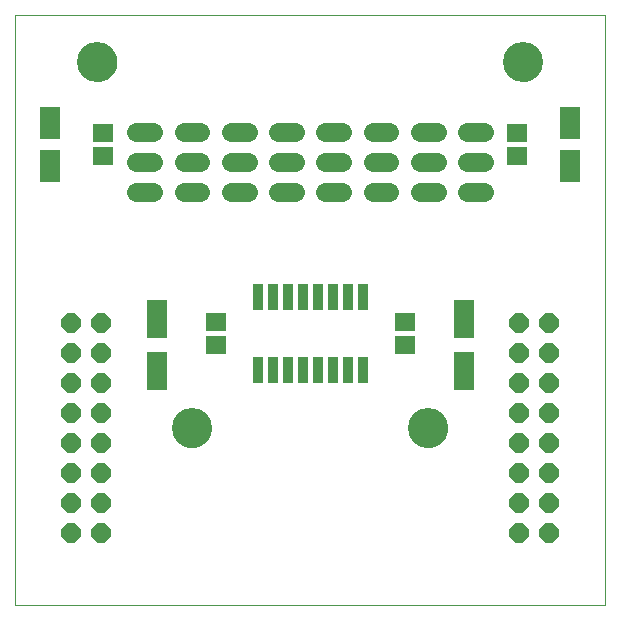
<source format=gts>
G75*
G70*
%OFA0B0*%
%FSLAX24Y24*%
%IPPOS*%
%LPD*%
%AMOC8*
5,1,8,0,0,1.08239X$1,22.5*
%
%ADD10C,0.0000*%
%ADD11C,0.1339*%
%ADD12OC8,0.0636*%
%ADD13C,0.0636*%
%ADD14R,0.0669X0.0591*%
%ADD15R,0.0339X0.0879*%
%ADD16R,0.0709X0.1260*%
%ADD17R,0.0709X0.1102*%
D10*
X000589Y000574D02*
X000589Y020259D01*
X020274Y020259D01*
X020274Y000574D01*
X000589Y000574D01*
X005865Y006479D02*
X005867Y006529D01*
X005873Y006579D01*
X005883Y006628D01*
X005897Y006676D01*
X005914Y006723D01*
X005935Y006768D01*
X005960Y006812D01*
X005988Y006853D01*
X006020Y006892D01*
X006054Y006929D01*
X006091Y006963D01*
X006131Y006993D01*
X006173Y007020D01*
X006217Y007044D01*
X006263Y007065D01*
X006310Y007081D01*
X006358Y007094D01*
X006408Y007103D01*
X006457Y007108D01*
X006508Y007109D01*
X006558Y007106D01*
X006607Y007099D01*
X006656Y007088D01*
X006704Y007073D01*
X006750Y007055D01*
X006795Y007033D01*
X006838Y007007D01*
X006879Y006978D01*
X006918Y006946D01*
X006954Y006911D01*
X006986Y006873D01*
X007016Y006833D01*
X007043Y006790D01*
X007066Y006746D01*
X007085Y006700D01*
X007101Y006652D01*
X007113Y006603D01*
X007121Y006554D01*
X007125Y006504D01*
X007125Y006454D01*
X007121Y006404D01*
X007113Y006355D01*
X007101Y006306D01*
X007085Y006258D01*
X007066Y006212D01*
X007043Y006168D01*
X007016Y006125D01*
X006986Y006085D01*
X006954Y006047D01*
X006918Y006012D01*
X006879Y005980D01*
X006838Y005951D01*
X006795Y005925D01*
X006750Y005903D01*
X006704Y005885D01*
X006656Y005870D01*
X006607Y005859D01*
X006558Y005852D01*
X006508Y005849D01*
X006457Y005850D01*
X006408Y005855D01*
X006358Y005864D01*
X006310Y005877D01*
X006263Y005893D01*
X006217Y005914D01*
X006173Y005938D01*
X006131Y005965D01*
X006091Y005995D01*
X006054Y006029D01*
X006020Y006066D01*
X005988Y006105D01*
X005960Y006146D01*
X005935Y006190D01*
X005914Y006235D01*
X005897Y006282D01*
X005883Y006330D01*
X005873Y006379D01*
X005867Y006429D01*
X005865Y006479D01*
X013739Y006479D02*
X013741Y006529D01*
X013747Y006579D01*
X013757Y006628D01*
X013771Y006676D01*
X013788Y006723D01*
X013809Y006768D01*
X013834Y006812D01*
X013862Y006853D01*
X013894Y006892D01*
X013928Y006929D01*
X013965Y006963D01*
X014005Y006993D01*
X014047Y007020D01*
X014091Y007044D01*
X014137Y007065D01*
X014184Y007081D01*
X014232Y007094D01*
X014282Y007103D01*
X014331Y007108D01*
X014382Y007109D01*
X014432Y007106D01*
X014481Y007099D01*
X014530Y007088D01*
X014578Y007073D01*
X014624Y007055D01*
X014669Y007033D01*
X014712Y007007D01*
X014753Y006978D01*
X014792Y006946D01*
X014828Y006911D01*
X014860Y006873D01*
X014890Y006833D01*
X014917Y006790D01*
X014940Y006746D01*
X014959Y006700D01*
X014975Y006652D01*
X014987Y006603D01*
X014995Y006554D01*
X014999Y006504D01*
X014999Y006454D01*
X014995Y006404D01*
X014987Y006355D01*
X014975Y006306D01*
X014959Y006258D01*
X014940Y006212D01*
X014917Y006168D01*
X014890Y006125D01*
X014860Y006085D01*
X014828Y006047D01*
X014792Y006012D01*
X014753Y005980D01*
X014712Y005951D01*
X014669Y005925D01*
X014624Y005903D01*
X014578Y005885D01*
X014530Y005870D01*
X014481Y005859D01*
X014432Y005852D01*
X014382Y005849D01*
X014331Y005850D01*
X014282Y005855D01*
X014232Y005864D01*
X014184Y005877D01*
X014137Y005893D01*
X014091Y005914D01*
X014047Y005938D01*
X014005Y005965D01*
X013965Y005995D01*
X013928Y006029D01*
X013894Y006066D01*
X013862Y006105D01*
X013834Y006146D01*
X013809Y006190D01*
X013788Y006235D01*
X013771Y006282D01*
X013757Y006330D01*
X013747Y006379D01*
X013741Y006429D01*
X013739Y006479D01*
X016889Y018684D02*
X016891Y018734D01*
X016897Y018784D01*
X016907Y018833D01*
X016921Y018881D01*
X016938Y018928D01*
X016959Y018973D01*
X016984Y019017D01*
X017012Y019058D01*
X017044Y019097D01*
X017078Y019134D01*
X017115Y019168D01*
X017155Y019198D01*
X017197Y019225D01*
X017241Y019249D01*
X017287Y019270D01*
X017334Y019286D01*
X017382Y019299D01*
X017432Y019308D01*
X017481Y019313D01*
X017532Y019314D01*
X017582Y019311D01*
X017631Y019304D01*
X017680Y019293D01*
X017728Y019278D01*
X017774Y019260D01*
X017819Y019238D01*
X017862Y019212D01*
X017903Y019183D01*
X017942Y019151D01*
X017978Y019116D01*
X018010Y019078D01*
X018040Y019038D01*
X018067Y018995D01*
X018090Y018951D01*
X018109Y018905D01*
X018125Y018857D01*
X018137Y018808D01*
X018145Y018759D01*
X018149Y018709D01*
X018149Y018659D01*
X018145Y018609D01*
X018137Y018560D01*
X018125Y018511D01*
X018109Y018463D01*
X018090Y018417D01*
X018067Y018373D01*
X018040Y018330D01*
X018010Y018290D01*
X017978Y018252D01*
X017942Y018217D01*
X017903Y018185D01*
X017862Y018156D01*
X017819Y018130D01*
X017774Y018108D01*
X017728Y018090D01*
X017680Y018075D01*
X017631Y018064D01*
X017582Y018057D01*
X017532Y018054D01*
X017481Y018055D01*
X017432Y018060D01*
X017382Y018069D01*
X017334Y018082D01*
X017287Y018098D01*
X017241Y018119D01*
X017197Y018143D01*
X017155Y018170D01*
X017115Y018200D01*
X017078Y018234D01*
X017044Y018271D01*
X017012Y018310D01*
X016984Y018351D01*
X016959Y018395D01*
X016938Y018440D01*
X016921Y018487D01*
X016907Y018535D01*
X016897Y018584D01*
X016891Y018634D01*
X016889Y018684D01*
X002715Y018684D02*
X002717Y018734D01*
X002723Y018784D01*
X002733Y018833D01*
X002747Y018881D01*
X002764Y018928D01*
X002785Y018973D01*
X002810Y019017D01*
X002838Y019058D01*
X002870Y019097D01*
X002904Y019134D01*
X002941Y019168D01*
X002981Y019198D01*
X003023Y019225D01*
X003067Y019249D01*
X003113Y019270D01*
X003160Y019286D01*
X003208Y019299D01*
X003258Y019308D01*
X003307Y019313D01*
X003358Y019314D01*
X003408Y019311D01*
X003457Y019304D01*
X003506Y019293D01*
X003554Y019278D01*
X003600Y019260D01*
X003645Y019238D01*
X003688Y019212D01*
X003729Y019183D01*
X003768Y019151D01*
X003804Y019116D01*
X003836Y019078D01*
X003866Y019038D01*
X003893Y018995D01*
X003916Y018951D01*
X003935Y018905D01*
X003951Y018857D01*
X003963Y018808D01*
X003971Y018759D01*
X003975Y018709D01*
X003975Y018659D01*
X003971Y018609D01*
X003963Y018560D01*
X003951Y018511D01*
X003935Y018463D01*
X003916Y018417D01*
X003893Y018373D01*
X003866Y018330D01*
X003836Y018290D01*
X003804Y018252D01*
X003768Y018217D01*
X003729Y018185D01*
X003688Y018156D01*
X003645Y018130D01*
X003600Y018108D01*
X003554Y018090D01*
X003506Y018075D01*
X003457Y018064D01*
X003408Y018057D01*
X003358Y018054D01*
X003307Y018055D01*
X003258Y018060D01*
X003208Y018069D01*
X003160Y018082D01*
X003113Y018098D01*
X003067Y018119D01*
X003023Y018143D01*
X002981Y018170D01*
X002941Y018200D01*
X002904Y018234D01*
X002870Y018271D01*
X002838Y018310D01*
X002810Y018351D01*
X002785Y018395D01*
X002764Y018440D01*
X002747Y018487D01*
X002733Y018535D01*
X002723Y018584D01*
X002717Y018634D01*
X002715Y018684D01*
D11*
X003345Y018684D03*
X006495Y006479D03*
X014369Y006479D03*
X017519Y018684D03*
D12*
X017412Y009979D03*
X017412Y008979D03*
X017412Y007979D03*
X017412Y006979D03*
X017412Y005979D03*
X017412Y004979D03*
X017412Y003979D03*
X017412Y002979D03*
X018412Y002979D03*
X018412Y003979D03*
X018412Y004979D03*
X018412Y005979D03*
X018412Y006979D03*
X018412Y007979D03*
X018412Y008979D03*
X018412Y009979D03*
X003452Y009979D03*
X003452Y008979D03*
X003452Y007979D03*
X003452Y006979D03*
X003452Y005979D03*
X003452Y004979D03*
X003452Y003979D03*
X003452Y002979D03*
X002452Y002979D03*
X002452Y003979D03*
X002452Y004979D03*
X002452Y005979D03*
X002452Y006979D03*
X002452Y007979D03*
X002452Y008979D03*
X002452Y009979D03*
D13*
X004641Y014337D02*
X005199Y014337D01*
X005199Y015337D02*
X004641Y015337D01*
X004641Y016337D02*
X005199Y016337D01*
X006216Y016337D02*
X006774Y016337D01*
X006774Y015337D02*
X006216Y015337D01*
X006216Y014337D02*
X006774Y014337D01*
X007791Y014337D02*
X008348Y014337D01*
X009366Y014337D02*
X009923Y014337D01*
X009923Y015337D02*
X009366Y015337D01*
X008348Y015337D02*
X007791Y015337D01*
X007791Y016337D02*
X008348Y016337D01*
X009366Y016337D02*
X009923Y016337D01*
X010941Y016337D02*
X011498Y016337D01*
X011498Y015337D02*
X010941Y015337D01*
X010941Y014337D02*
X011498Y014337D01*
X012515Y014337D02*
X013073Y014337D01*
X013073Y015337D02*
X012515Y015337D01*
X012515Y016337D02*
X013073Y016337D01*
X014090Y016337D02*
X014648Y016337D01*
X014648Y015337D02*
X014090Y015337D01*
X014090Y014337D02*
X014648Y014337D01*
X015665Y014337D02*
X016222Y014337D01*
X016222Y015337D02*
X015665Y015337D01*
X015665Y016337D02*
X016222Y016337D01*
D14*
X017322Y016302D03*
X017322Y015554D03*
X013581Y010003D03*
X013581Y009255D03*
X007282Y009255D03*
X007282Y010003D03*
X003542Y015554D03*
X003542Y016302D03*
D15*
X008682Y010839D03*
X009182Y010839D03*
X009682Y010839D03*
X010182Y010839D03*
X010682Y010839D03*
X011182Y010839D03*
X011682Y010839D03*
X012182Y010839D03*
X012182Y008419D03*
X011682Y008419D03*
X011182Y008419D03*
X010682Y008419D03*
X010182Y008419D03*
X009682Y008419D03*
X009182Y008419D03*
X008682Y008419D03*
D16*
X005314Y008369D03*
X005314Y010101D03*
X015550Y010101D03*
X015550Y008369D03*
D17*
X019093Y015219D03*
X019093Y016637D03*
X001770Y016637D03*
X001770Y015219D03*
M02*

</source>
